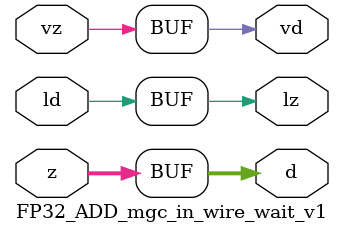
<source format=v>
module FP32_ADD_mgc_in_wire_wait_v1 (ld, vd, d, lz, vz, z);
  parameter integer rscid = 1;
  parameter integer width = 8;
  input ld;
  output vd;
  output [width-1:0] d;
  output lz;
  input vz;
  input [width-1:0] z;
  wire vd;
  wire [width-1:0] d;
  wire lz;
  assign d = z;
  assign lz = ld;
  assign vd = vz;
endmodule
</source>
